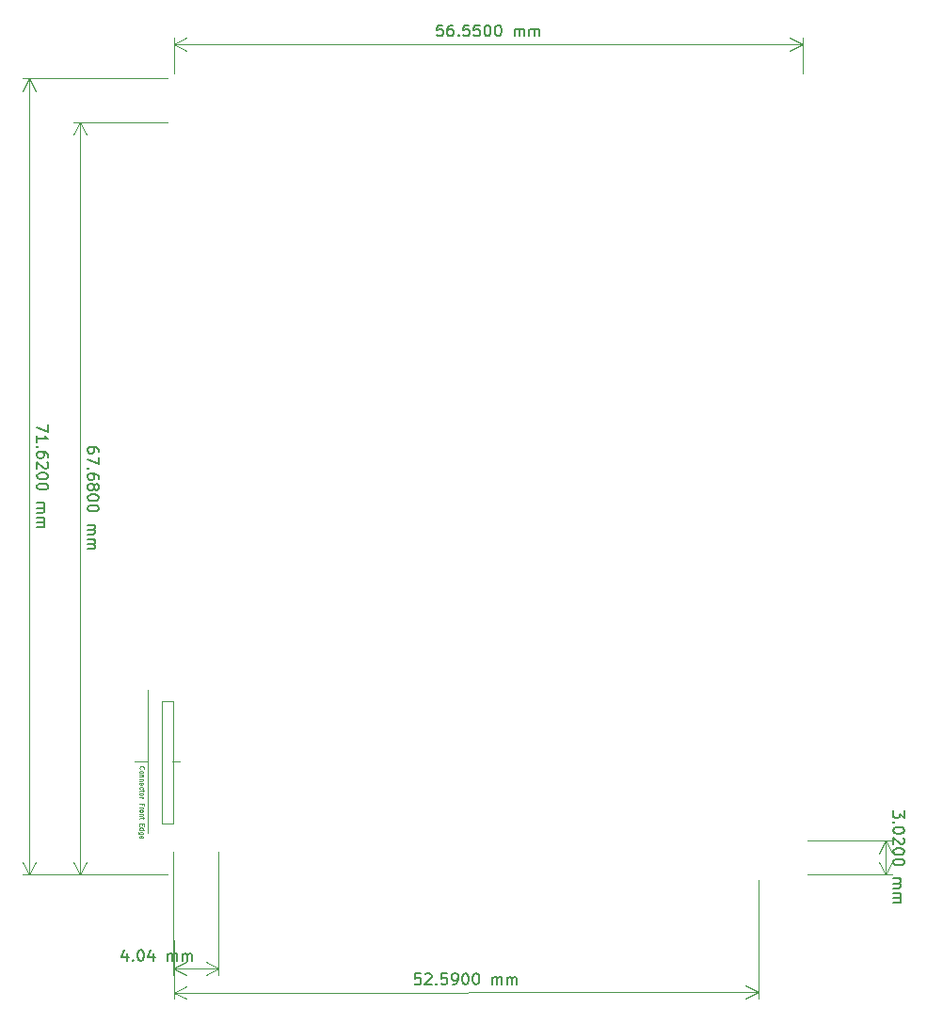
<source format=gbr>
G04 #@! TF.GenerationSoftware,KiCad,Pcbnew,(5.99.0-10509-g065f85b504)*
G04 #@! TF.CreationDate,2021-07-11T16:30:23-06:00*
G04 #@! TF.ProjectId,HAT_ver_7,4841545f-7665-4725-9f37-2e6b69636164,7.0.6*
G04 #@! TF.SameCoordinates,Original*
G04 #@! TF.FileFunction,OtherDrawing,Comment*
%FSLAX46Y46*%
G04 Gerber Fmt 4.6, Leading zero omitted, Abs format (unit mm)*
G04 Created by KiCad (PCBNEW (5.99.0-10509-g065f85b504)) date 2021-07-11 16:30:23*
%MOMM*%
%LPD*%
G01*
G04 APERTURE LIST*
%ADD10C,0.100000*%
%ADD11C,0.150000*%
%ADD12C,0.120000*%
G04 APERTURE END LIST*
D10*
X129910000Y-118670000D02*
X128910000Y-118670000D01*
X128910000Y-118670000D02*
X128910000Y-129730000D01*
X128910000Y-129730000D02*
X129910000Y-129730000D01*
X129910000Y-129730000D02*
X129910000Y-118670000D01*
X129857200Y-124113800D02*
X130490000Y-124110000D01*
D11*
X125752261Y-141395714D02*
X125752261Y-142062380D01*
X125514166Y-141014761D02*
X125276071Y-141729047D01*
X125895119Y-141729047D01*
X126276071Y-141967142D02*
X126323690Y-142014761D01*
X126276071Y-142062380D01*
X126228452Y-142014761D01*
X126276071Y-141967142D01*
X126276071Y-142062380D01*
X126942738Y-141062380D02*
X127037976Y-141062380D01*
X127133214Y-141110000D01*
X127180833Y-141157619D01*
X127228452Y-141252857D01*
X127276071Y-141443333D01*
X127276071Y-141681428D01*
X127228452Y-141871904D01*
X127180833Y-141967142D01*
X127133214Y-142014761D01*
X127037976Y-142062380D01*
X126942738Y-142062380D01*
X126847500Y-142014761D01*
X126799880Y-141967142D01*
X126752261Y-141871904D01*
X126704642Y-141681428D01*
X126704642Y-141443333D01*
X126752261Y-141252857D01*
X126799880Y-141157619D01*
X126847500Y-141110000D01*
X126942738Y-141062380D01*
X128133214Y-141395714D02*
X128133214Y-142062380D01*
X127895119Y-141014761D02*
X127657023Y-141729047D01*
X128276071Y-141729047D01*
X129418928Y-142062380D02*
X129418928Y-141395714D01*
X129418928Y-141490952D02*
X129466547Y-141443333D01*
X129561785Y-141395714D01*
X129704642Y-141395714D01*
X129799880Y-141443333D01*
X129847500Y-141538571D01*
X129847500Y-142062380D01*
X129847500Y-141538571D02*
X129895119Y-141443333D01*
X129990357Y-141395714D01*
X130133214Y-141395714D01*
X130228452Y-141443333D01*
X130276071Y-141538571D01*
X130276071Y-142062380D01*
X130752261Y-142062380D02*
X130752261Y-141395714D01*
X130752261Y-141490952D02*
X130799880Y-141443333D01*
X130895119Y-141395714D01*
X131037976Y-141395714D01*
X131133214Y-141443333D01*
X131180833Y-141538571D01*
X131180833Y-142062380D01*
X131180833Y-141538571D02*
X131228452Y-141443333D01*
X131323690Y-141395714D01*
X131466547Y-141395714D01*
X131561785Y-141443333D01*
X131609404Y-141538571D01*
X131609404Y-142062380D01*
D10*
X129930000Y-132280000D02*
X129930000Y-143346420D01*
X133960000Y-132280000D02*
X133960000Y-143346420D01*
X129930000Y-142760000D02*
X133960000Y-142760000D01*
X129930000Y-142760000D02*
X133960000Y-142760000D01*
X129930000Y-142760000D02*
X131056504Y-143346421D01*
X129930000Y-142760000D02*
X131056504Y-142173579D01*
X133960000Y-142760000D02*
X132833496Y-142173579D01*
X133960000Y-142760000D02*
X132833496Y-143346421D01*
D11*
X152148189Y-143190523D02*
X151671998Y-143190976D01*
X151624832Y-143667212D01*
X151672406Y-143619547D01*
X151767599Y-143571838D01*
X152005694Y-143571611D01*
X152100977Y-143619140D01*
X152148641Y-143666714D01*
X152196351Y-143761906D01*
X152196577Y-144000001D01*
X152149049Y-144095285D01*
X152101475Y-144142949D01*
X152006282Y-144190659D01*
X151768187Y-144190885D01*
X151672904Y-144143357D01*
X151625240Y-144095783D01*
X152576850Y-143285354D02*
X152624424Y-143237690D01*
X152719617Y-143189980D01*
X152957712Y-143189754D01*
X153052995Y-143237282D01*
X153100660Y-143284856D01*
X153148369Y-143380049D01*
X153148460Y-143475287D01*
X153100977Y-143618189D01*
X152530092Y-144190161D01*
X153149139Y-144189572D01*
X153577620Y-144093927D02*
X153625284Y-144141500D01*
X153577710Y-144189165D01*
X153530046Y-144141591D01*
X153577620Y-144093927D01*
X153577710Y-144189165D01*
X154529140Y-143188260D02*
X154052950Y-143188712D01*
X154005783Y-143664948D01*
X154053357Y-143617284D01*
X154148550Y-143569574D01*
X154386645Y-143569348D01*
X154481928Y-143616876D01*
X154529593Y-143664450D01*
X154577302Y-143759643D01*
X154577529Y-143997738D01*
X154530000Y-144093021D01*
X154482426Y-144140685D01*
X154387234Y-144188395D01*
X154149138Y-144188621D01*
X154053855Y-144141093D01*
X154006191Y-144093519D01*
X155053900Y-144187761D02*
X155244376Y-144187580D01*
X155339569Y-144139870D01*
X155387143Y-144092206D01*
X155482245Y-143949258D01*
X155529683Y-143758737D01*
X155529321Y-143377785D01*
X155481611Y-143282592D01*
X155433947Y-143235018D01*
X155338663Y-143187490D01*
X155148187Y-143187671D01*
X155052994Y-143235381D01*
X155005421Y-143283045D01*
X154957892Y-143378328D01*
X154958119Y-143616423D01*
X155005828Y-143711616D01*
X155053492Y-143759190D01*
X155148776Y-143806718D01*
X155339252Y-143806537D01*
X155434445Y-143758828D01*
X155482018Y-143711163D01*
X155529547Y-143615880D01*
X156148187Y-143186720D02*
X156243425Y-143186630D01*
X156338708Y-143234158D01*
X156386372Y-143281732D01*
X156434082Y-143376925D01*
X156481882Y-143567356D01*
X156482109Y-143805451D01*
X156434671Y-143995972D01*
X156387142Y-144091255D01*
X156339568Y-144138920D01*
X156244376Y-144186629D01*
X156149138Y-144186720D01*
X156053854Y-144139191D01*
X156006190Y-144091618D01*
X155958480Y-143996425D01*
X155910680Y-143805994D01*
X155910454Y-143567899D01*
X155957892Y-143377377D01*
X156005420Y-143282094D01*
X156052994Y-143234430D01*
X156148187Y-143186720D01*
X157100567Y-143185815D02*
X157195805Y-143185724D01*
X157291089Y-143233253D01*
X157338753Y-143280826D01*
X157386463Y-143376019D01*
X157434263Y-143566450D01*
X157434489Y-143804545D01*
X157387051Y-143995067D01*
X157339523Y-144090350D01*
X157291949Y-144138014D01*
X157196756Y-144185724D01*
X157101518Y-144185814D01*
X157006235Y-144138286D01*
X156958570Y-144090712D01*
X156910861Y-143995519D01*
X156863061Y-143805088D01*
X156862834Y-143566993D01*
X156910272Y-143376472D01*
X156957801Y-143281189D01*
X157005375Y-143233524D01*
X157100567Y-143185815D01*
X158625327Y-144184366D02*
X158624693Y-143517699D01*
X158624784Y-143612937D02*
X158672357Y-143565273D01*
X158767550Y-143517563D01*
X158910407Y-143517428D01*
X159005691Y-143564956D01*
X159053400Y-143660149D01*
X159053898Y-144183958D01*
X159053400Y-143660149D02*
X159100929Y-143564865D01*
X159196121Y-143517156D01*
X159338978Y-143517020D01*
X159434262Y-143564549D01*
X159481971Y-143659741D01*
X159482469Y-144183551D01*
X159958660Y-144183098D02*
X159958026Y-143516432D01*
X159958116Y-143611670D02*
X160005690Y-143564005D01*
X160100883Y-143516296D01*
X160243740Y-143516160D01*
X160339023Y-143563688D01*
X160386733Y-143658881D01*
X160387231Y-144182690D01*
X160386733Y-143658881D02*
X160434261Y-143563598D01*
X160529454Y-143515888D01*
X160672311Y-143515752D01*
X160767595Y-143563281D01*
X160815304Y-143658474D01*
X160815802Y-144182283D01*
D10*
X129940475Y-134850000D02*
X129950596Y-145495668D01*
X182530475Y-134800000D02*
X182540596Y-145445668D01*
X129950039Y-144909248D02*
X182540039Y-144859248D01*
X129950039Y-144909248D02*
X182540039Y-144859248D01*
X129950039Y-144909248D02*
X131077100Y-145494597D01*
X129950039Y-144909248D02*
X131075985Y-144321757D01*
X182540039Y-144859248D02*
X181412978Y-144273899D01*
X182540039Y-144859248D02*
X181414093Y-145446739D01*
D11*
X118652036Y-93824900D02*
X118652129Y-94491567D01*
X117652069Y-94063135D01*
X117652255Y-95396469D02*
X117652176Y-94825040D01*
X117652215Y-95110754D02*
X118652215Y-95110615D01*
X118509345Y-95015397D01*
X118414094Y-94920172D01*
X118366461Y-94824940D01*
X117747553Y-95825027D02*
X117699941Y-95872652D01*
X117652315Y-95825040D01*
X117699928Y-95777414D01*
X117747553Y-95825027D01*
X117652315Y-95825040D01*
X118652442Y-96729662D02*
X118652415Y-96539186D01*
X118604783Y-96443955D01*
X118557157Y-96396342D01*
X118414286Y-96301124D01*
X118223804Y-96253532D01*
X117842851Y-96253585D01*
X117747620Y-96301217D01*
X117700007Y-96348843D01*
X117652402Y-96444088D01*
X117652428Y-96634564D01*
X117700061Y-96729795D01*
X117747686Y-96777408D01*
X117842931Y-96825013D01*
X118081026Y-96824980D01*
X118176258Y-96777348D01*
X118223870Y-96729722D01*
X118271476Y-96634477D01*
X118271449Y-96444001D01*
X118223817Y-96348770D01*
X118176191Y-96301157D01*
X118080946Y-96253552D01*
X118557270Y-97205866D02*
X118604896Y-97253478D01*
X118652528Y-97348710D01*
X118652561Y-97586805D01*
X118604955Y-97682050D01*
X118557343Y-97729676D01*
X118462112Y-97777308D01*
X118366874Y-97777321D01*
X118224010Y-97729722D01*
X117652501Y-97158373D01*
X117652588Y-97777421D01*
X118652674Y-98396329D02*
X118652688Y-98491567D01*
X118605082Y-98586812D01*
X118557469Y-98634437D01*
X118462238Y-98682070D01*
X118271768Y-98729715D01*
X118033673Y-98729749D01*
X117843190Y-98682156D01*
X117747946Y-98634551D01*
X117700320Y-98586938D01*
X117652688Y-98491707D01*
X117652674Y-98396469D01*
X117700280Y-98301224D01*
X117747892Y-98253598D01*
X117843124Y-98205966D01*
X118033593Y-98158320D01*
X118271689Y-98158287D01*
X118462171Y-98205879D01*
X118557416Y-98253485D01*
X118605042Y-98301097D01*
X118652674Y-98396329D01*
X118652807Y-99348710D02*
X118652821Y-99443948D01*
X118605215Y-99539193D01*
X118557602Y-99586818D01*
X118462371Y-99634451D01*
X118271901Y-99682096D01*
X118033806Y-99682130D01*
X117843323Y-99634537D01*
X117748079Y-99586931D01*
X117700453Y-99539319D01*
X117652821Y-99444088D01*
X117652807Y-99348850D01*
X117700413Y-99253605D01*
X117748025Y-99205979D01*
X117843257Y-99158347D01*
X118033726Y-99110701D01*
X118271822Y-99110668D01*
X118462304Y-99158260D01*
X118557549Y-99205866D01*
X118605175Y-99253478D01*
X118652807Y-99348710D01*
X117653020Y-100872659D02*
X118319687Y-100872566D01*
X118224449Y-100872579D02*
X118272074Y-100920192D01*
X118319707Y-101015423D01*
X118319727Y-101158280D01*
X118272121Y-101253525D01*
X118176889Y-101301157D01*
X117653080Y-101301230D01*
X118176889Y-101301157D02*
X118272134Y-101348763D01*
X118319766Y-101443995D01*
X118319786Y-101586852D01*
X118272181Y-101682096D01*
X118176949Y-101729729D01*
X117653140Y-101729802D01*
X117653206Y-102205992D02*
X118319873Y-102205899D01*
X118224635Y-102205913D02*
X118272260Y-102253525D01*
X118319893Y-102348756D01*
X118319913Y-102491614D01*
X118272307Y-102586858D01*
X118177076Y-102634491D01*
X117653266Y-102634564D01*
X118177076Y-102634491D02*
X118272320Y-102682096D01*
X118319953Y-102777328D01*
X118319973Y-102920185D01*
X118272367Y-103015430D01*
X118177135Y-103063062D01*
X117653326Y-103063135D01*
D10*
X129390000Y-134300070D02*
X116373649Y-134301887D01*
X129380000Y-62680070D02*
X116363649Y-62681887D01*
X116960069Y-134301805D02*
X116950069Y-62681805D01*
X116960069Y-134301805D02*
X116950069Y-62681805D01*
X116960069Y-134301805D02*
X117546332Y-133175219D01*
X116960069Y-134301805D02*
X116373491Y-133175383D01*
X116950069Y-62681805D02*
X116363806Y-63808391D01*
X116950069Y-62681805D02*
X117536647Y-63808227D01*
D11*
X195667095Y-128559162D02*
X195669145Y-129178206D01*
X195287091Y-128846136D01*
X195287564Y-128988992D01*
X195240260Y-129084388D01*
X195192799Y-129132164D01*
X195097719Y-129180098D01*
X194859625Y-129180887D01*
X194764230Y-129133583D01*
X194716454Y-129086122D01*
X194668519Y-128991042D01*
X194667573Y-128705330D01*
X194714877Y-128609934D01*
X194762338Y-128562158D01*
X194765807Y-129609771D02*
X194718346Y-129657548D01*
X194670569Y-129610087D01*
X194718030Y-129562310D01*
X194765807Y-129609771D01*
X194670569Y-129610087D01*
X195672771Y-130273438D02*
X195673087Y-130368676D01*
X195625783Y-130464071D01*
X195578322Y-130511848D01*
X195483242Y-130559782D01*
X195292925Y-130608031D01*
X195054831Y-130608820D01*
X194864198Y-130561832D01*
X194768803Y-130514528D01*
X194721026Y-130467067D01*
X194673092Y-130371987D01*
X194672777Y-130276750D01*
X194720080Y-130181354D01*
X194767541Y-130133578D01*
X194862621Y-130085644D01*
X195052939Y-130037394D01*
X195291033Y-130036606D01*
X195481665Y-130083594D01*
X195577061Y-130130897D01*
X195624837Y-130178358D01*
X195672771Y-130273438D01*
X195579899Y-130988035D02*
X195627675Y-131035497D01*
X195675609Y-131130576D01*
X195676398Y-131368670D01*
X195629094Y-131464066D01*
X195581633Y-131511842D01*
X195486553Y-131559776D01*
X195391316Y-131560092D01*
X195248302Y-131512946D01*
X194674984Y-130943413D01*
X194677034Y-131562457D01*
X195679078Y-132178190D02*
X195679394Y-132273427D01*
X195632090Y-132368823D01*
X195584629Y-132416599D01*
X195489549Y-132464533D01*
X195299232Y-132512783D01*
X195061138Y-132513571D01*
X194870505Y-132466583D01*
X194775110Y-132419280D01*
X194727333Y-132371818D01*
X194679399Y-132276739D01*
X194679084Y-132181501D01*
X194726387Y-132086106D01*
X194773848Y-132038329D01*
X194868928Y-131990395D01*
X195059246Y-131942146D01*
X195297340Y-131941357D01*
X195487973Y-131988345D01*
X195583368Y-132035649D01*
X195631144Y-132083110D01*
X195679078Y-132178190D01*
X195682232Y-133130565D02*
X195682547Y-133225803D01*
X195635244Y-133321198D01*
X195587783Y-133368975D01*
X195492703Y-133416909D01*
X195302385Y-133465158D01*
X195064291Y-133465947D01*
X194873659Y-133418959D01*
X194778263Y-133371655D01*
X194730487Y-133324194D01*
X194682553Y-133229114D01*
X194682237Y-133133877D01*
X194729541Y-133038481D01*
X194777002Y-132990705D01*
X194872082Y-132942771D01*
X195062399Y-132894521D01*
X195300493Y-132893733D01*
X195491126Y-132940721D01*
X195586521Y-132988024D01*
X195634298Y-133035486D01*
X195682232Y-133130565D01*
X194687283Y-134657678D02*
X195353946Y-134655470D01*
X195258709Y-134655786D02*
X195306485Y-134703247D01*
X195354419Y-134798327D01*
X195354892Y-134941183D01*
X195307589Y-135036578D01*
X195212509Y-135084513D01*
X194688702Y-135086247D01*
X195212509Y-135084513D02*
X195307904Y-135131816D01*
X195355838Y-135226896D01*
X195356311Y-135369752D01*
X195309008Y-135465147D01*
X195213928Y-135513082D01*
X194690121Y-135514816D01*
X194691698Y-135991004D02*
X195358361Y-135988796D01*
X195263124Y-135989112D02*
X195310900Y-136036573D01*
X195358834Y-136131653D01*
X195359307Y-136274509D01*
X195312004Y-136369904D01*
X195216924Y-136417839D01*
X194693117Y-136419573D01*
X195216924Y-136417839D02*
X195312319Y-136465142D01*
X195360253Y-136560222D01*
X195360726Y-136703078D01*
X195313423Y-136798473D01*
X195218343Y-136846408D01*
X194694536Y-136848142D01*
D10*
X187009997Y-134288344D02*
X194574778Y-134263295D01*
X186999997Y-131268344D02*
X194564778Y-131243295D01*
X193988361Y-134265237D02*
X193978361Y-131245237D01*
X193988361Y-134265237D02*
X193978361Y-131245237D01*
X193988361Y-134265237D02*
X194571048Y-133136798D01*
X193988361Y-134265237D02*
X193398213Y-133140681D01*
X193978361Y-131245237D02*
X193395674Y-132373676D01*
X193978361Y-131245237D02*
X194568509Y-132369793D01*
D11*
X154138908Y-57877840D02*
X153662717Y-57877924D01*
X153615182Y-58354123D01*
X153662793Y-58306495D01*
X153758023Y-58258859D01*
X153996118Y-58258817D01*
X154091364Y-58306419D01*
X154138992Y-58354030D01*
X154186628Y-58449260D01*
X154186670Y-58687355D01*
X154139068Y-58782602D01*
X154091457Y-58830229D01*
X153996227Y-58877865D01*
X153758132Y-58877907D01*
X153662886Y-58830305D01*
X153615258Y-58782694D01*
X155043670Y-57877680D02*
X154853193Y-57877713D01*
X154757964Y-57925349D01*
X154710353Y-57972977D01*
X154615140Y-58115851D01*
X154567555Y-58306335D01*
X154567622Y-58687288D01*
X154615258Y-58782517D01*
X154662886Y-58830128D01*
X154758132Y-58877730D01*
X154948608Y-58877696D01*
X155043838Y-58830061D01*
X155091449Y-58782433D01*
X155139051Y-58687187D01*
X155139009Y-58449091D01*
X155091373Y-58353862D01*
X155043745Y-58306251D01*
X154948499Y-58258649D01*
X154758023Y-58258683D01*
X154662793Y-58306318D01*
X154615182Y-58353946D01*
X154567580Y-58449192D01*
X155567639Y-58782349D02*
X155615266Y-58829960D01*
X155567656Y-58877587D01*
X155520028Y-58829976D01*
X155567639Y-58782349D01*
X155567656Y-58877587D01*
X156519860Y-57877419D02*
X156043670Y-57877503D01*
X155996135Y-58353702D01*
X156043745Y-58306074D01*
X156138975Y-58258438D01*
X156377070Y-58258396D01*
X156472317Y-58305998D01*
X156519944Y-58353609D01*
X156567580Y-58448839D01*
X156567622Y-58686934D01*
X156520020Y-58782180D01*
X156472409Y-58829808D01*
X156377180Y-58877444D01*
X156139084Y-58877486D01*
X156043838Y-58829884D01*
X155996210Y-58782273D01*
X157472241Y-57877250D02*
X156996050Y-57877334D01*
X156948516Y-58353533D01*
X156996126Y-58305906D01*
X157091356Y-58258270D01*
X157329451Y-58258228D01*
X157424698Y-58305830D01*
X157472325Y-58353441D01*
X157519961Y-58448670D01*
X157520003Y-58686766D01*
X157472401Y-58782012D01*
X157424790Y-58829640D01*
X157329561Y-58877275D01*
X157091465Y-58877318D01*
X156996219Y-58829715D01*
X156948591Y-58782105D01*
X158138908Y-57877132D02*
X158234146Y-57877115D01*
X158329392Y-57924718D01*
X158377020Y-57972328D01*
X158424656Y-58067558D01*
X158472308Y-58258026D01*
X158472350Y-58496121D01*
X158424765Y-58686606D01*
X158377163Y-58781852D01*
X158329552Y-58829480D01*
X158234322Y-58877115D01*
X158139084Y-58877132D01*
X158043838Y-58829530D01*
X157996210Y-58781919D01*
X157948575Y-58686690D01*
X157900922Y-58496222D01*
X157900880Y-58258127D01*
X157948465Y-58067642D01*
X157996067Y-57972396D01*
X158043678Y-57924768D01*
X158138908Y-57877132D01*
X159091289Y-57876964D02*
X159186527Y-57876947D01*
X159281773Y-57924549D01*
X159329401Y-57972160D01*
X159377036Y-58067390D01*
X159424689Y-58257857D01*
X159424731Y-58495953D01*
X159377146Y-58686437D01*
X159329544Y-58781684D01*
X159281933Y-58829311D01*
X159186703Y-58876947D01*
X159091465Y-58876964D01*
X158996219Y-58829362D01*
X158948591Y-58781751D01*
X158900955Y-58686521D01*
X158853303Y-58496054D01*
X158853261Y-58257958D01*
X158900846Y-58067474D01*
X158948448Y-57972227D01*
X158996059Y-57924600D01*
X159091289Y-57876964D01*
X160615275Y-58876694D02*
X160615157Y-58210028D01*
X160615174Y-58305266D02*
X160662784Y-58257638D01*
X160758014Y-58210002D01*
X160900871Y-58209977D01*
X160996118Y-58257579D01*
X161043754Y-58352809D01*
X161043846Y-58876619D01*
X161043754Y-58352809D02*
X161091356Y-58257563D01*
X161186586Y-58209927D01*
X161329443Y-58209901D01*
X161424689Y-58257504D01*
X161472325Y-58352733D01*
X161472418Y-58876543D01*
X161948608Y-58876459D02*
X161948490Y-58209792D01*
X161948507Y-58305030D02*
X161996118Y-58257403D01*
X162091347Y-58209767D01*
X162234205Y-58209741D01*
X162329451Y-58257344D01*
X162377087Y-58352573D01*
X162377180Y-58876383D01*
X162377087Y-58352573D02*
X162424689Y-58257327D01*
X162519919Y-58209691D01*
X162662776Y-58209666D01*
X162758022Y-58257268D01*
X162805658Y-58352498D01*
X162805751Y-58876307D01*
D10*
X129959912Y-62210000D02*
X129959343Y-58993315D01*
X186509912Y-62200000D02*
X186509343Y-58983315D01*
X129959446Y-59579735D02*
X186509446Y-59569735D01*
X129959446Y-59579735D02*
X186509446Y-59569735D01*
X129959446Y-59579735D02*
X131086053Y-60165957D01*
X129959446Y-59579735D02*
X131085846Y-58993115D01*
X186509446Y-59569735D02*
X185382839Y-58983513D01*
X186509446Y-59569735D02*
X185383046Y-60156355D01*
D11*
X123205185Y-96301104D02*
X123205072Y-96110628D01*
X123157397Y-96015418D01*
X123109750Y-95967827D01*
X122966836Y-95872674D01*
X122776332Y-95825167D01*
X122395380Y-95825392D01*
X122300170Y-95873068D01*
X122252579Y-95920715D01*
X122205016Y-96015981D01*
X122205129Y-96206457D01*
X122252804Y-96301667D01*
X122300451Y-96349258D01*
X122395718Y-96396821D01*
X122633813Y-96396680D01*
X122729023Y-96349005D01*
X122776614Y-96301358D01*
X122824176Y-96206091D01*
X122824064Y-96015615D01*
X122776388Y-95920405D01*
X122728741Y-95872815D01*
X122633475Y-95825252D01*
X123205438Y-96729676D02*
X123205832Y-97396342D01*
X122205579Y-96968362D01*
X122301296Y-97777829D02*
X122253705Y-97825477D01*
X122206058Y-97777886D01*
X122253648Y-97730238D01*
X122301296Y-97777829D01*
X122206058Y-97777886D01*
X123206592Y-98682056D02*
X123206480Y-98491580D01*
X123158804Y-98396370D01*
X123111157Y-98348779D01*
X122968244Y-98253626D01*
X122777739Y-98206119D01*
X122396787Y-98206344D01*
X122301577Y-98254020D01*
X122253986Y-98301667D01*
X122206423Y-98396933D01*
X122206536Y-98587409D01*
X122254211Y-98682619D01*
X122301859Y-98730210D01*
X122397125Y-98777773D01*
X122635220Y-98777632D01*
X122730430Y-98729957D01*
X122778021Y-98682310D01*
X122825584Y-98587043D01*
X122825471Y-98396567D01*
X122777796Y-98301357D01*
X122730148Y-98253766D01*
X122634882Y-98206204D01*
X122778415Y-99348976D02*
X122825978Y-99253710D01*
X122873568Y-99206063D01*
X122968778Y-99158388D01*
X123016397Y-99158359D01*
X123111664Y-99205922D01*
X123159311Y-99253513D01*
X123206986Y-99348723D01*
X123207099Y-99539199D01*
X123159536Y-99634465D01*
X123111945Y-99682113D01*
X123016735Y-99729788D01*
X122969116Y-99729816D01*
X122873850Y-99682253D01*
X122826203Y-99634662D01*
X122778527Y-99539452D01*
X122778415Y-99348976D01*
X122730739Y-99253766D01*
X122683092Y-99206175D01*
X122587826Y-99158613D01*
X122397350Y-99158725D01*
X122302140Y-99206401D01*
X122254549Y-99254048D01*
X122206986Y-99349314D01*
X122207099Y-99539790D01*
X122254774Y-99635000D01*
X122302421Y-99682591D01*
X122397688Y-99730154D01*
X122588164Y-99730041D01*
X122683374Y-99682366D01*
X122730965Y-99634719D01*
X122778527Y-99539452D01*
X123207577Y-100348723D02*
X123207633Y-100443961D01*
X123160071Y-100539227D01*
X123112480Y-100586874D01*
X123017270Y-100634550D01*
X122826822Y-100682281D01*
X122588727Y-100682422D01*
X122398222Y-100634915D01*
X122302956Y-100587353D01*
X122255309Y-100539762D01*
X122207634Y-100444552D01*
X122207577Y-100349314D01*
X122255140Y-100254048D01*
X122302731Y-100206400D01*
X122397941Y-100158725D01*
X122588389Y-100110993D01*
X122826484Y-100110853D01*
X123016988Y-100158359D01*
X123112255Y-100205922D01*
X123159902Y-100253513D01*
X123207577Y-100348723D01*
X123208140Y-101301104D02*
X123208196Y-101396342D01*
X123160634Y-101491608D01*
X123113043Y-101539255D01*
X123017833Y-101586930D01*
X122827385Y-101634662D01*
X122589290Y-101634803D01*
X122398785Y-101587296D01*
X122303519Y-101539733D01*
X122255872Y-101492143D01*
X122208196Y-101396933D01*
X122208140Y-101301695D01*
X122255703Y-101206428D01*
X122303294Y-101158781D01*
X122398504Y-101111106D01*
X122588952Y-101063374D01*
X122827047Y-101063234D01*
X123017551Y-101110740D01*
X123112818Y-101158303D01*
X123160465Y-101205894D01*
X123208140Y-101301104D01*
X122209041Y-102825504D02*
X122875707Y-102825110D01*
X122780469Y-102825166D02*
X122828116Y-102872757D01*
X122875792Y-102967967D01*
X122875876Y-103110824D01*
X122828313Y-103206090D01*
X122733104Y-103253766D01*
X122209294Y-103254075D01*
X122733104Y-103253766D02*
X122828370Y-103301328D01*
X122876045Y-103396538D01*
X122876130Y-103539395D01*
X122828567Y-103634662D01*
X122733357Y-103682337D01*
X122209547Y-103682647D01*
X122209829Y-104158837D02*
X122876495Y-104158443D01*
X122781257Y-104158499D02*
X122828904Y-104206090D01*
X122876580Y-104301300D01*
X122876664Y-104444157D01*
X122829101Y-104539423D01*
X122733892Y-104587099D01*
X122210082Y-104587408D01*
X122733892Y-104587099D02*
X122829158Y-104634661D01*
X122876833Y-104729871D01*
X122876918Y-104872729D01*
X122829355Y-104967995D01*
X122734145Y-105015670D01*
X122210335Y-105015980D01*
D10*
X129430000Y-134280296D02*
X120943595Y-134285312D01*
X129390000Y-66600296D02*
X120903595Y-66605312D01*
X121530015Y-134284965D02*
X121490015Y-66604965D01*
X121530015Y-134284965D02*
X121490015Y-66604965D01*
X121530015Y-134284965D02*
X122115770Y-133158115D01*
X121530015Y-134284965D02*
X120942929Y-133158808D01*
X121490015Y-66604965D02*
X120904260Y-67731815D01*
X121490015Y-66604965D02*
X122077101Y-67731122D01*
X126927142Y-124808571D02*
X126908095Y-124789523D01*
X126889047Y-124732380D01*
X126889047Y-124694285D01*
X126908095Y-124637142D01*
X126946190Y-124599047D01*
X126984285Y-124580000D01*
X127060476Y-124560952D01*
X127117619Y-124560952D01*
X127193809Y-124580000D01*
X127231904Y-124599047D01*
X127270000Y-124637142D01*
X127289047Y-124694285D01*
X127289047Y-124732380D01*
X127270000Y-124789523D01*
X127250952Y-124808571D01*
X126889047Y-125037142D02*
X126908095Y-124999047D01*
X126927142Y-124980000D01*
X126965238Y-124960952D01*
X127079523Y-124960952D01*
X127117619Y-124980000D01*
X127136666Y-124999047D01*
X127155714Y-125037142D01*
X127155714Y-125094285D01*
X127136666Y-125132380D01*
X127117619Y-125151428D01*
X127079523Y-125170476D01*
X126965238Y-125170476D01*
X126927142Y-125151428D01*
X126908095Y-125132380D01*
X126889047Y-125094285D01*
X126889047Y-125037142D01*
X127155714Y-125341904D02*
X126889047Y-125341904D01*
X127117619Y-125341904D02*
X127136666Y-125360952D01*
X127155714Y-125399047D01*
X127155714Y-125456190D01*
X127136666Y-125494285D01*
X127098571Y-125513333D01*
X126889047Y-125513333D01*
X127155714Y-125703809D02*
X126889047Y-125703809D01*
X127117619Y-125703809D02*
X127136666Y-125722857D01*
X127155714Y-125760952D01*
X127155714Y-125818095D01*
X127136666Y-125856190D01*
X127098571Y-125875238D01*
X126889047Y-125875238D01*
X126908095Y-126218095D02*
X126889047Y-126180000D01*
X126889047Y-126103809D01*
X126908095Y-126065714D01*
X126946190Y-126046666D01*
X127098571Y-126046666D01*
X127136666Y-126065714D01*
X127155714Y-126103809D01*
X127155714Y-126180000D01*
X127136666Y-126218095D01*
X127098571Y-126237142D01*
X127060476Y-126237142D01*
X127022380Y-126046666D01*
X126908095Y-126580000D02*
X126889047Y-126541904D01*
X126889047Y-126465714D01*
X126908095Y-126427619D01*
X126927142Y-126408571D01*
X126965238Y-126389523D01*
X127079523Y-126389523D01*
X127117619Y-126408571D01*
X127136666Y-126427619D01*
X127155714Y-126465714D01*
X127155714Y-126541904D01*
X127136666Y-126580000D01*
X127155714Y-126694285D02*
X127155714Y-126846666D01*
X127289047Y-126751428D02*
X126946190Y-126751428D01*
X126908095Y-126770476D01*
X126889047Y-126808571D01*
X126889047Y-126846666D01*
X126889047Y-127037142D02*
X126908095Y-126999047D01*
X126927142Y-126980000D01*
X126965238Y-126960952D01*
X127079523Y-126960952D01*
X127117619Y-126980000D01*
X127136666Y-126999047D01*
X127155714Y-127037142D01*
X127155714Y-127094285D01*
X127136666Y-127132380D01*
X127117619Y-127151428D01*
X127079523Y-127170476D01*
X126965238Y-127170476D01*
X126927142Y-127151428D01*
X126908095Y-127132380D01*
X126889047Y-127094285D01*
X126889047Y-127037142D01*
X126889047Y-127341904D02*
X127155714Y-127341904D01*
X127079523Y-127341904D02*
X127117619Y-127360952D01*
X127136666Y-127380000D01*
X127155714Y-127418095D01*
X127155714Y-127456190D01*
X127098571Y-128027619D02*
X127098571Y-127894285D01*
X126889047Y-127894285D02*
X127289047Y-127894285D01*
X127289047Y-128084761D01*
X126889047Y-128237142D02*
X127155714Y-128237142D01*
X127079523Y-128237142D02*
X127117619Y-128256190D01*
X127136666Y-128275238D01*
X127155714Y-128313333D01*
X127155714Y-128351428D01*
X126889047Y-128541904D02*
X126908095Y-128503809D01*
X126927142Y-128484761D01*
X126965238Y-128465714D01*
X127079523Y-128465714D01*
X127117619Y-128484761D01*
X127136666Y-128503809D01*
X127155714Y-128541904D01*
X127155714Y-128599047D01*
X127136666Y-128637142D01*
X127117619Y-128656190D01*
X127079523Y-128675238D01*
X126965238Y-128675238D01*
X126927142Y-128656190D01*
X126908095Y-128637142D01*
X126889047Y-128599047D01*
X126889047Y-128541904D01*
X127155714Y-128846666D02*
X126889047Y-128846666D01*
X127117619Y-128846666D02*
X127136666Y-128865714D01*
X127155714Y-128903809D01*
X127155714Y-128960952D01*
X127136666Y-128999047D01*
X127098571Y-129018095D01*
X126889047Y-129018095D01*
X127155714Y-129151428D02*
X127155714Y-129303809D01*
X127289047Y-129208571D02*
X126946190Y-129208571D01*
X126908095Y-129227619D01*
X126889047Y-129265714D01*
X126889047Y-129303809D01*
X127098571Y-129741904D02*
X127098571Y-129875238D01*
X126889047Y-129932380D02*
X126889047Y-129741904D01*
X127289047Y-129741904D01*
X127289047Y-129932380D01*
X126889047Y-130275238D02*
X127289047Y-130275238D01*
X126908095Y-130275238D02*
X126889047Y-130237142D01*
X126889047Y-130160952D01*
X126908095Y-130122857D01*
X126927142Y-130103809D01*
X126965238Y-130084761D01*
X127079523Y-130084761D01*
X127117619Y-130103809D01*
X127136666Y-130122857D01*
X127155714Y-130160952D01*
X127155714Y-130237142D01*
X127136666Y-130275238D01*
X127155714Y-130637142D02*
X126831904Y-130637142D01*
X126793809Y-130618095D01*
X126774761Y-130599047D01*
X126755714Y-130560952D01*
X126755714Y-130503809D01*
X126774761Y-130465714D01*
X126908095Y-130637142D02*
X126889047Y-130599047D01*
X126889047Y-130522857D01*
X126908095Y-130484761D01*
X126927142Y-130465714D01*
X126965238Y-130446666D01*
X127079523Y-130446666D01*
X127117619Y-130465714D01*
X127136666Y-130484761D01*
X127155714Y-130522857D01*
X127155714Y-130599047D01*
X127136666Y-130637142D01*
X126908095Y-130980000D02*
X126889047Y-130941904D01*
X126889047Y-130865714D01*
X126908095Y-130827619D01*
X126946190Y-130808571D01*
X127098571Y-130808571D01*
X127136666Y-130827619D01*
X127155714Y-130865714D01*
X127155714Y-130941904D01*
X127136666Y-130980000D01*
X127098571Y-130999047D01*
X127060476Y-130999047D01*
X127022380Y-130808571D01*
D12*
X127582500Y-124120000D02*
X126462500Y-124120000D01*
X127582500Y-117720000D02*
X127582500Y-130520000D01*
M02*

</source>
